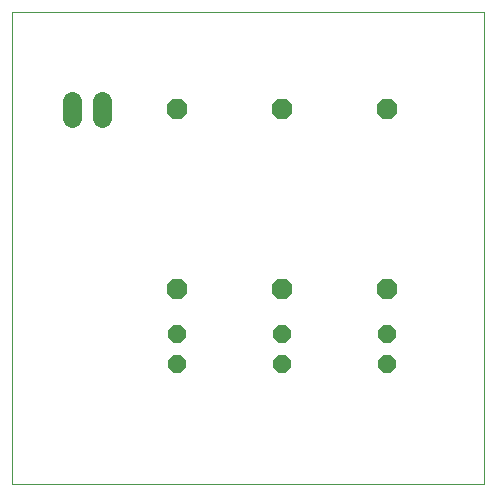
<source format=gbs>
G75*
%MOIN*%
%OFA0B0*%
%FSLAX25Y25*%
%IPPOS*%
%LPD*%
%AMOC8*
5,1,8,0,0,1.08239X$1,22.5*
%
%ADD10C,0.00000*%
%ADD11C,0.06400*%
%ADD12OC8,0.06800*%
%ADD13OC8,0.06000*%
D10*
X0003500Y0003500D02*
X0003500Y0160980D01*
X0160980Y0160980D01*
X0160980Y0003500D01*
X0003500Y0003500D01*
D11*
X0023500Y0125700D02*
X0023500Y0131300D01*
X0033500Y0131300D02*
X0033500Y0125700D01*
D12*
X0058500Y0128500D03*
X0093500Y0128500D03*
X0128500Y0128500D03*
X0128500Y0068500D03*
X0093500Y0068500D03*
X0058500Y0068500D03*
D13*
X0058500Y0053500D03*
X0058500Y0043500D03*
X0093500Y0043500D03*
X0093500Y0053500D03*
X0128500Y0053500D03*
X0128500Y0043500D03*
M02*

</source>
